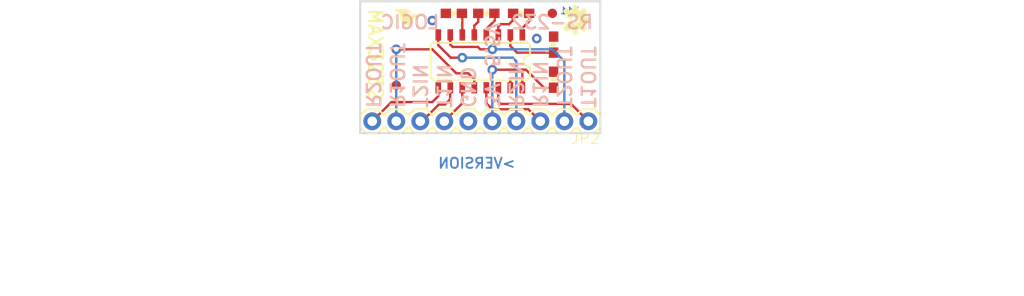
<source format=kicad_pcb>
(kicad_pcb (version 20211014) (generator pcbnew)
  (layers (0 "F.Cu" signal) (31 "B.Cu" signal) (34 "B.Paste" user) (35 "F.Paste" user) (36 "B.SilkS" user "B.Silkscreen") (37 "F.SilkS" user "F.Silkscreen") (38 "B.Mask" user) (39 "F.Mask" user) (44 "Edge.Cuts" user))
  (net 0 "")
  (net 1 "C2-")
  (net 2 "C2+")
  (net 3 "C1-")
  (net 4 "C1+")
  (net 5 "VCC")
  (net 6 "V+")
  (net 7 "V-")
  (net 8 "GND")
  (net 9 "T1OUT")
  (net 10 "T2OUT")
  (net 11 "R1IN")
  (net 12 "R2IN")
  (net 13 "T1IN")
  (net 14 "T2IN")
  (net 15 "R1OUT")
  (net 16 "R2OUT")
  (footprint "boardEagle:0603-CAP" (layer "F.Cu") (at 145.7071 99.2886 180)
    (fp_text reference "C4" (at -0.889 -0.6985) (layer "F.SilkS") (effects (font (size 0.376489 0.376489) (thickness 0.029911)) (justify right)))
    (fp_text value ".1uF")
    (fp_line (start 0 -0.0305) (end 0 0.0305) (layer "F.SilkS") (width 0.5588))
    (pad "1" smd rect (at -0.85 0 180) (size 1.1 1) (layers "F.Cu" "F.Paste" "F.Mask") (net 7 "V-"))
    (pad "2" smd rect (at 0.85 0 180) (size 1.1 1) (layers "F.Cu" "F.Paste" "F.Mask") (net 8 "GND"))
  )
  (footprint "boardEagle:0603-CAP" (layer "F.Cu") (at 149.1361 99.2886 180)
    (fp_text reference "C2" (at -0.889 -0.6985) (layer "F.SilkS") (effects (font (size 0.376489 0.376489) (thickness 0.029911)) (justify right)))
    (fp_text value ".1uF")
    (fp_line (start 0 -0.0305) (end 0 0.0305) (layer "F.SilkS") (width 0.5588))
    (pad "1" smd rect (at -0.85 0 180) (size 1.1 1) (layers "F.Cu" "F.Paste" "F.Mask") (net 2 "C2+"))
    (pad "2" smd rect (at 0.85 0 180) (size 1.1 1) (layers "F.Cu" "F.Paste" "F.Mask") (net 1 "C2-"))
  )
  (footprint "boardEagle:SO016" (layer "F.Cu") (at 148.5011 104.3686 180)
    (fp_text reference "U1" (at -3.81 0) (layer "F.SilkS") (effects (font (size 0.554736 0.554736) (thickness 0.054864)) (justify right)))
    (fp_text value "MAX3232")
    (fp_line (start 5.2578 1.5653) (end 5.2578 -1.5653) (layer "F.SilkS") (width 0.2032))
    (fp_line (start -5.2578 1.6653) (end -5.2578 0.6604) (layer "F.SilkS") (width 0.2032))
    (fp_line (start 4.8768 -1.9463) (end -4.8768 -1.9463) (layer "F.SilkS") (width 0.2032))
    (fp_line (start -5.2578 -1.4526) (end -5.2578 -0.6096) (layer "F.SilkS") (width 0.2032))
    (fp_line (start -4.8768 1.9463) (end 4.9768 1.9463) (layer "F.SilkS") (width 0.2032))
    (fp_arc (start 4.8768 -1.9463) (mid 5.146237 -1.834736) (end 5.2578 -1.565298) (layer "F.SilkS") (width 0.2032))
    (fp_arc (start -5.207 -0.6096) (mid -4.572 0.0254) (end -5.207 0.6604) (layer "F.SilkS") (width 0.2032))
    (fp_arc (start -5.2578 -1.4653) (mid -5.166948 -1.784731) (end -4.8768 -1.9463) (layer "F.SilkS") (width 0.2032))
    (fp_arc (start -4.876799 1.946301) (mid -5.12554 1.884767) (end -5.2578 1.6653) (layer "F.SilkS") (width 0.2032))
    (fp_arc (start 5.2578 1.5653) (mid 5.196208 1.813997) (end 4.9768 1.9463) (layer "F.SilkS") (width 0.2032))
    (pad "1" smd rect (at -4.445 2.8 180) (size 0.6 1.2) (layers "F.Cu" "F.Paste" "F.Mask") (net 4 "C1+"))
    (pad "2" smd rect (at -3.175 2.8 180) (size 0.6 1.2) (layers "F.Cu" "F.Paste" "F.Mask") (net 6 "V+"))
    (pad "3" smd rect (at -1.905 2.8 180) (size 0.6 1.2) (layers "F.Cu" "F.Paste" "F.Mask") (net 3 "C1-"))
    (pad "4" smd rect (at -0.635 2.8 180) (size 0.6 1.2) (layers "F.Cu" "F.Paste" "F.Mask") (net 2 "C2+"))
    (pad "5" smd rect (at 0.635 2.8 180) (size 0.6 1.2) (layers "F.Cu" "F.Paste" "F.Mask") (net 1 "C2-"))
    (pad "6" smd rect (at 1.905 2.8 180) (size 0.6 1.2) (layers "F.Cu" "F.Paste" "F.Mask") (net 7 "V-"))
    (pad "7" smd rect (at 3.175 2.8 180) (size 0.6 1.2) (layers "F.Cu" "F.Paste" "F.Mask") (net 10 "T2OUT"))
    (pad "8" smd rect (at 4.445 2.8 180) (size 0.6 1.2) (layers "F.Cu" "F.Paste" "F.Mask") (net 12 "R2IN"))
    (pad "9" smd rect (at 4.445 -2.8 180) (size 0.6 1.2) (layers "F.Cu" "F.Paste" "F.Mask") (net 16 "R2OUT"))
    (pad "10" smd rect (at 3.175 -2.8 180) (size 0.6 1.2) (layers "F.Cu" "F.Paste" "F.Mask") (net 14 "T2IN"))
    (pad "11" smd rect (at 1.905 -2.8 180) (size 0.6 1.2) (layers "F.Cu" "F.Paste" "F.Mask") (net 13 "T1IN"))
    (pad "12" smd rect (at 0.635 -2.8 180) (size 0.6 1.2) (layers "F.Cu" "F.Paste" "F.Mask") (net 15 "R1OUT"))
    (pad "13" smd rect (at -0.635 -2.8 180) (size 0.6 1.2) (layers "F.Cu" "F.Paste" "F.Mask") (net 11 "R1IN"))
    (pad "14" smd rect (at -1.905 -2.8 180) (size 0.6 1.2) (layers "F.Cu" "F.Paste" "F.Mask") (net 9 "T1OUT"))
    (pad "15" smd rect (at -3.175 -2.8 180) (size 0.6 1.2) (layers "F.Cu" "F.Paste" "F.Mask") (net 8 "GND"))
    (pad "16" smd rect (at -4.445 -2.8 180) (size 0.6 1.2) (layers "F.Cu" "F.Paste" "F.Mask") (net 5 "VCC"))
  )
  (footprint "boardEagle:0603-CAP" (layer "F.Cu") (at 152.8191 99.2886 180)
    (fp_text reference "C1" (at -0.889 -0.6985) (layer "F.SilkS") (effects (font (size 0.376489 0.376489) (thickness 0.029911)) (justify right)))
    (fp_text value ".1uF")
    (fp_line (start 0 -0.0305) (end 0 0.0305) (layer "F.SilkS") (width 0.5588))
    (pad "1" smd rect (at -0.85 0 180) (size 1.1 1) (layers "F.Cu" "F.Paste" "F.Mask") (net 4 "C1+"))
    (pad "2" smd rect (at 0.85 0 180) (size 1.1 1) (layers "F.Cu" "F.Paste" "F.Mask") (net 3 "C1-"))
  )
  (footprint "boardEagle:SFE_LOGO_FLAME_.1" (layer "F.Cu") (at 139.042137 98.5266 -90)
    (fp_text reference "LOGO1" hide)
    (fp_text value "SFE_LOGO_FLAME.1_INCH" hide)
    (fp_poly (pts (xy 1.4 -2.87) (xy 1.54 -2.8) (xy 1.58 -2.77) (xy 1.59 -2.76) (xy 1.58 -2.76) (xy 1.56 -2.77) (xy 1.5 -2.77) (xy 1.46 -2.76) (xy 1.41 -2.75) (xy 1.37 -2.73) (xy 1.33 -2.7) (xy 1.31 -2.67) (xy 1.3 -2.65) (xy 1.29 -2.62) (xy 1.29 -2.56) (xy 1.3 -2.52) (xy 1.34 -2.46) (xy 1.4 -2.4) (xy 1.44 -2.37) (xy 1.47 -2.35) (xy 1.51 -2.33) (xy 1.59 -2.31) (xy 1.62 -2.31) (xy 1.65 -2.32) (xy 1.68 -2.35) (xy 1.69 -2.37) (xy 1.7 -2.4) (xy 1.7 -2.49) (xy 1.78 -2.44) (xy 1.86 -2.35) (xy 1.93 -2.24) (xy 1.98 -2.09) (xy 2.01 -1.93) (xy 2 -1.76) (xy 1.95 -1.57) (xy 1.85 -1.39) (xy 1.78 -1.3) (xy 1.7 -1.22) (xy 1.62 -1.15) (xy 1.52 -1.09) (xy 1.42 -1.05) (xy 1.31 -1.02) (xy 1.19 -1) (xy 1 -1) (xy 0.94 -0.99) (xy 0.84 -0.93) (xy 0.74 -0.83) (xy 0.62 -0.69) (xy 0.5 -0.57) (xy 0.45 -0.51) (xy 0.4 -0.46) (xy 0.37 -0.41) (xy 0.32 -0.36) (xy 0.32 -1.73) (xy 0.33 -1.81) (xy 0.35 -1.88) (xy 0.41 -1.98) (xy 0.46 -2.02) (xy 0.5 -2.05) (xy 0.55 -2.07) (xy 0.6 -2.08) (xy 0.66 -2.09) (xy 0.78 -2.09) (xy 0.82 -2.07) (xy 0.81 -2.06) (xy 0.77 -2.04) (xy 0.74 -2.03) (xy 0.68 -1.97) (xy 0.67 -1.94) (xy 0.67 -1.9) (xy 0.68 -1.87) (xy 0.7 -1.84) (xy 0.76 -1.78) (xy 0.81 -1.76) (xy 0.86 -1.75) (xy 0.94 -1.75) (xy 1.02 -1.77) (xy 1.08 -1.81) (xy 1.12 -1.86) (xy 1.14 -1.92) (xy 1.14 -1.99) (xy 1.11 -2.07) (xy 1.04 -2.14) (xy 0.96 -2.23) (xy 0.89 -2.31) (xy 0.84 -2.4) (xy 0.82 -2.49) (xy 0.82 -2.57) (xy 0.85 -2.66) (xy 0.9 -2.74) (xy 0.99 -2.81) (xy 1.1 -2.87) (xy 1.21 -2.89) (xy 1.31 -2.89)) (layer "F.SilkS") (width 0) (fill solid))
  )
  (footprint "boardEagle:OSHW-LOGO-S" (layer "F.Cu") (at 158.529021 99.976941 -90)
    (fp_text reference "U$1" hide)
    (fp_text value "OSHW-LOGOS" hide)
    (fp_poly (pts (xy 0.301647 -1.061351) (xy 0.42347 -1.022344) (xy 0.537177 -0.963769) (xy 0.92862 -1.282946) (xy 1.282946 -0.92862) (xy 0.961035 -0.533823) (xy 1.057046 -0.302084) (xy 1.5638 -0.250561) (xy 1.5638 0.250561) (xy 1.057046 0.302084) (xy 0.961035 0.533823) (xy 1.282946 0.92862) (xy 0.92862 1.282946) (xy 0.537177 0.96377) (xy 0.356601 1.056794) (xy 0.088679 0.410073) (xy 0.326262 0.2176) (xy 0.373649 0.121468) (xy 0.392729 0.010339) (xy 0.379464 -0.101634) (xy 0.334947 -0.205229) (xy 0.262842 -0.291918) (xy 0.169087 -0.354561) (xy 0.061406 -0.387999) (xy -0.051342 -0.38948) (xy -0.159868 -0.358881) (xy -0.255234 -0.298724) (xy -0.329589 -0.213962) (xy -0.376813 -0.111569) (xy -0.392176 -0.005767) (xy -0.322923 0.222565) (xy -0.249312 0.303773) (xy 0.091677 0.5081) (xy -0.12929 0.5081) (xy -0.355332 1.053732) (xy -0.506597 0.983577) (xy -0.538922 0.965192) (xy -0.92862 1.282946) (xy -1.282946 0.92862) (xy -0.961035 0.533823) (xy -1.057046 0.302084) (xy -1.5638 0.250561) (xy -1.5638 -0.250561) (xy -1.057046 -0.302084) (xy -0.961035 -0.533823) (xy -1.282946 -0.92862) (xy -0.92862 -1.282946) (xy -0.533823 -0.961035) (xy -0.302084 -1.057046) (xy -0.250561 -1.5638) (xy 0.250561 -1.5638)) (layer "F.SilkS") (width 0) (fill solid))
  )
  (footprint "boardEagle:CREATIVE_COMMONS" (layer "F.Cu") (at 123.102688 125.9586)
    (fp_text reference "FRAME1" hide)
    (fp_text value "" hide)
    (fp_text user ">VERSION" (at 29.21 -10.16) (layer "B.Cu") (effects (font (size 1.0795 1.0795) (thickness 0.1905)) (justify left bottom mirror)))
  )
  (footprint "boardEagle:FIDUCIAL-1X2" (layer "F.Cu") (at 156.1211 99.2886)
    (fp_text reference "FID2" hide)
    (fp_text value "FIDUCIAL1X2" hide)
    (pad "1" smd roundrect (at 0 0) (size 1 1) (layers "F.Cu" "F.Mask") (roundrect_rratio 0.5))
  )
  (footprint "boardEagle:FIDUCIAL-1X2" (layer "F.Cu") (at 139.6111 106.9086)
    (fp_text reference "FID1" hide)
    (fp_text value "FIDUCIAL1X2" hide)
    (pad "1" smd roundrect (at 0 0) (size 1 1) (layers "F.Cu" "F.Mask") (roundrect_rratio 0.5))
  )
  (footprint "boardEagle:1X10" (layer "F.Cu") (at 159.9311 110.7186 180)
    (fp_text reference "JP2" (at -1.3462 -1.8288) (layer "F.SilkS") (effects (font (size 1.1557 1.1557) (thickness 0.1143)) (justify right)))
    (fp_text value "M10\"")
    (fp_line (start 10.795 1.27) (end 9.525 1.27) (layer "F.SilkS") (width 0.2032))
    (fp_line (start 24.13 0.635) (end 23.495 1.27) (layer "F.SilkS") (width 0.2032))
    (fp_line (start 14.605 -1.27) (end 15.875 -1.27) (layer "F.SilkS") (width 0.2032))
    (fp_line (start 11.43 -0.635) (end 12.065 -1.27) (layer "F.SilkS") (width 0.2032))
    (fp_line (start 6.35 0.635) (end 6.985 1.27) (layer "F.SilkS") (width 0.2032))
    (fp_line (start 19.05 0.635) (end 19.685 1.27) (layer "F.SilkS") (width 0.2032))
    (fp_line (start 23.495 1.27) (end 22.225 1.27) (layer "F.SilkS") (width 0.2032))
    (fp_line (start 17.145 -1.27) (end 16.51 -0.635) (layer "F.SilkS") (width 0.2032))
    (fp_line (start 18.415 -1.27) (end 19.05 -0.635) (layer "F.SilkS") (width 0.2032))
    (fp_line (start -0.635 -1.27) (end -1.27 -0.635) (layer "F.SilkS") (width 0.2032))
    (fp_line (start 5.715 -1.27) (end 6.35 -0.635) (layer "F.SilkS") (width 0.2032))
    (fp_line (start 21.59 0.635) (end 20.955 1.27) (layer "F.SilkS") (width 0.2032))
    (fp_line (start 19.685 -1.27) (end 19.05 -0.635) (layer "F.SilkS") (width 0.2032))
    (fp_line (start 0.635 -1.27) (end 1.27 -0.635) (layer "F.SilkS") (width 0.2032))
    (fp_line (start 6.985 -1.27) (end 6.35 -0.635) (layer "F.SilkS") (width 0.2032))
    (fp_line (start 9.525 1.27) (end 8.89 0.635) (layer "F.SilkS") (width 0.2032))
    (fp_line (start 3.175 1.27) (end 1.905 1.27) (layer "F.SilkS") (width 0.2032))
    (fp_line (start 17.145 -1.27) (end 18.415 -1.27) (layer "F.SilkS") (width 0.2032))
    (fp_line (start 13.97 0.635) (end 14.605 1.27) (layer "F.SilkS") (width 0.2032))
    (fp_line (start 13.335 1.27) (end 12.065 1.27) (layer "F.SilkS") (width 0.2032))
    (fp_line (start 15.875 1.27) (end 14.605 1.27) (layer "F.SilkS") (width 0.2032))
    (fp_line (start 13.97 0.635) (end 13.335 1.27) (layer "F.SilkS") (width 0.2032))
    (fp_line (start 1.27 -0.635) (end 1.905 -1.27) (layer "F.SilkS") (width 0.2032))
    (fp_line (start 3.81 -0.635) (end 4.445 -1.27) (layer "F.SilkS") (width 0.2032))
    (fp_line (start -1.27 -0.635) (end -1.27 0.635) (layer "F.SilkS") (width 0.2032))
    (fp_line (start 10.795 -1.27) (end 11.43 -0.635) (layer "F.SilkS") (width 0.2032))
    (fp_line (start 13.335 -1.27) (end 13.97 -0.635) (layer "F.SilkS") (width 0.2032))
    (fp_line (start 9.525 -1.27) (end 10.795 -1.27) (layer "F.SilkS") (width 0.2032))
    (fp_line (start 12.065 -1.27) (end 13.335 -1.27) (layer "F.SilkS") (width 0.2032))
    (fp_line (start 14.605 -1.27) (end 13.97 -0.635) (layer "F.SilkS") (width 0.2032))
    (fp_line (start 20.955 -1.27) (end 21.59 -0.635) (layer "F.SilkS") (width 0.2032))
    (fp_line (start 8.89 -0.635) (end 9.525 -1.27) (layer "F.SilkS") (width 0.2032))
    (fp_line (start 23.495 -1.27) (end 24.13 -0.635) (layer "F.SilkS") (width 0.2032))
    (fp_line (start 11.43 0.635) (end 10.795 1.27) (layer "F.SilkS") (width 0.2032))
    (fp_line (start 1.905 1.27) (end 1.27 0.635) (layer "F.SilkS") (width 0.2032))
    (fp_line (start -0.635 -1.27) (end 0.635 -1.27) (layer "F.SilkS") (width 0.2032))
    (fp_line (start 3.81 0.635) (end 3.175 1.27) (layer "F.SilkS") (width 0.2032))
    (fp_line (start 6.985 -1.27) (end 8.255 -1.27) (layer "F.SilkS") (width 0.2032))
    (fp_line (start -1.27 0.635) (end -0.635 1.27) (layer "F.SilkS") (width 0.2032))
    (fp_line (start 19.685 -1.27) (end 20.955 -1.27) (layer "F.SilkS") (width 0.2032))
    (fp_line (start 4.445 1.27) (end 3.81 0.635) (layer "F.SilkS") (width 0.2032))
    (fp_line (start 24.13 -0.635) (end 24.13 0.635) (layer "F.SilkS") (width 0.2032))
    (fp_line (start 8.255 1.27) (end 6.985 1.27) (layer "F.SilkS") (width 0.2032))
    (fp_line (start 22.225 -1.27) (end 21.59 -0.635) (layer "F.SilkS") (width 0.2032))
    (fp_line (start 19.05 0.635) (end 18.415 1.27) (layer "F.SilkS") (width 0.2032))
    (fp_line (start 16.51 0.635) (end 15.875 1.27) (layer "F.SilkS") (width 0.2032))
    (fp_line (start 12.065 1.27) (end 11.43 0.635) (layer "F.SilkS") (width 0.2032))
    (fp_line (start 0.635 1.27) (end -0.635 1.27) (layer "F.SilkS") (width 0.2032))
    (fp_line (start 21.59 0.635) (end 22.225 1.27) (layer "F.SilkS") (width 0.2032))
    (fp_line (start 15.875 -1.27) (end 16.51 -0.635) (layer "F.SilkS") (width 0.2032))
    (fp_line (start 18.415 1.27) (end 17.145 1.27) (layer "F.SilkS") (width 0.2032))
    (fp_line (start 8.255 -1.27) (end 8.89 -0.635) (layer "F.SilkS") (width 0.2032))
    (fp_line (start 4.445 -1.27) (end 5.715 -1.27) (layer "F.SilkS") (width 0.2032))
    (fp_line (start 1.27 0.635) (end 0.635 1.27) (layer "F.SilkS") (width 0.2032))
    (fp_line (start 8.89 0.635) (end 8.255 1.27) (layer "F.SilkS") (width 0.2032))
    (fp_line (start 6.35 0.635) (end 5.715 1.27) (layer "F.SilkS") (width 0.2032))
    (fp_line (start 5.715 1.27) (end 4.445 1.27) (layer "F.SilkS") (width 0.2032))
    (fp_line (start 16.51 0.635) (end 17.145 1.27) (layer "F.SilkS") (width 0.2032))
    (fp_line (start 3.175 -1.27) (end 3.81 -0.635) (layer "F.SilkS") (width 0.2032))
    (fp_line (start 22.225 -1.27) (end 23.495 -1.27) (layer "F.SilkS") (width 0.2032))
    (fp_line (start 20.955 1.27) (end 19.685 1.27) (layer "F.SilkS") (width 0.2032))
    (fp_line (start 1.905 -1.27) (end 3.175 -1.27) (layer "F.SilkS") (width 0.2032))
    (pad "1" thru_hole circle (at 0 0 270) (size 1.8796 1.8796) (drill 1.016) (layers *.Cu *.Mask) (net 9 "T1OUT"))
    (pad "2" thru_hole circle (at 2.54 0 270) (size 1.8796 1.8796) (drill 1.016) (layers *.Cu *.Mask) (net 10 "T2OUT"))
    (pad "3" thru_hole circle (at 5.08 0 270) (size 1.8796 1.8796) (drill 1.016) (layers *.Cu *.Mask) (net 11 "R1IN"))
    (pad "4" thru_hole circle (at 7.62 0 270) (size 1.8796 1.8796) (drill 1.016) (layers *.Cu *.Mask) (net 12 "R2IN"))
    (pad "5" thru_hole circle (at 10.16 0 270) (size 1.8796 1.8796) (drill 1.016) (layers *.Cu *.Mask) (net 5 "VCC"))
    (pad "6" thru_hole circle (at 12.7 0 270) (size 1.8796 1.8796) (drill 1.016) (layers *.Cu *.Mask) (net 8 "GND"))
    (pad "7" thru_hole circle (at 15.24 0 270) (size 1.8796 1.8796) (drill 1.016) (layers *.Cu *.Mask) (net 13 "T1IN"))
    (pad "8" thru_hole circle (at 17.78 0 270) (size 1.8796 1.8796) (drill 1.016) (layers *.Cu *.Mask) (net 14 "T2IN"))
    (pad "9" thru_hole circle (at 20.32 0 270) (size 1.8796 1.8796) (drill 1.016) (layers *.Cu *.Mask) (net 15 "R1OUT"))
    (pad "10" thru_hole circle (at 22.86 0 270) (size 1.8796 1.8796) (drill 1.016) (layers *.Cu *.Mask) (net 16 "R2OUT"))
  )
  (footprint "boardEagle:0603-CAP" (layer "F.Cu") (at 156.255718 102.60076 90)
    (fp_text reference "C3" (at -0.889 -0.6985 90) (layer "F.SilkS") (effects (font (size 0.376489 0.376489) (thickness 0.029911)) (justify left)))
    (fp_text value ".1uF")
    (fp_line (start 0 -0.0305) (end 0 0.0305) (layer "F.SilkS") (width 0.5588))
    (pad "1" smd rect (at -0.85 0 90) (size 1.1 1) (layers "F.Cu" "F.Paste" "F.Mask") (net 6 "V+"))
    (pad "2" smd rect (at 0.85 0 90) (size 1.1 1) (layers "F.Cu" "F.Paste" "F.Mask") (net 8 "GND"))
  )
  (footprint "boardEagle:0603-CAP" (layer "F.Cu") (at 156.253181 106.319322 90)
    (fp_text reference "C5" (at -0.889 -0.6985 90) (layer "F.SilkS") (effects (font (size 0.376489 0.376489) (thickness 0.029911)) (justify left)))
    (fp_text value ".1uF")
    (fp_line (start 0 -0.0305) (end 0 0.0305) (layer "F.SilkS") (width 0.5588))
    (pad "1" smd rect (at -0.85 0 90) (size 1.1 1) (layers "F.Cu" "F.Paste" "F.Mask") (net 5 "VCC"))
    (pad "2" smd rect (at 0.85 0 90) (size 1.1 1) (layers "F.Cu" "F.Paste" "F.Mask") (net 8 "GND"))
  )
  (gr_line (start 161.2011 98.0186) (end 161.2011 111.9886) (layer "Edge.Cuts") (width 0.2032))
  (gr_line (start 161.2011 111.9886) (end 135.8011 111.9886) (layer "Edge.Cuts") (width 0.2032))
  (gr_line (start 135.8011 98.0186) (end 161.2011 98.0186) (layer "Edge.Cuts") (width 0.2032))
  (gr_line (start 135.8011 111.9886) (end 135.8011 98.0186) (layer "Edge.Cuts") (width 0.2032))
  (gr_text "V11" (at 158.9532 99.4156) (layer "B.Cu") (effects (font (size 0.69088 0.69088) (thickness 0.12192)) (justify left bottom mirror)))
  (gr_text "T1OUT" (at 159.0421 109.4486 -90) (layer "B.SilkS") (effects (font (size 1.42494 1.42494) (thickness 0.25146)) (justify left bottom mirror)))
  (gr_text "R2IN" (at 151.4221 109.4486 -90) (layer "B.SilkS") (effects (font (size 1.42494 1.42494) (thickness 0.25146)) (justify left bottom mirror)))
  (gr_text "T1IN" (at 143.8021 109.4486 -90) (layer "B.SilkS") (effects (font (size 1.42494 1.42494) (thickness 0.25146)) (justify left bottom mirror)))
  (gr_text "LOGIC" (at 144.3101 101.0666) (layer "B.SilkS") (effects (font (size 1.42494 1.42494) (thickness 0.25146)) (justify left bottom mirror)))
  (gr_text "R1OUT" (at 138.8491 109.4486 -90) (layer "B.SilkS") (effects (font (size 1.42494 1.42494) (thickness 0.25146)) (justify left bottom mirror)))
  (gr_text "T2OUT" (at 156.5021 109.4486 -90) (layer "B.SilkS") (effects (font (size 1.42494 1.42494) (thickness 0.25146)) (justify left bottom mirror)))
  (gr_text "T2IN" (at 141.2621 109.4486 -90) (layer "B.SilkS") (effects (font (size 1.42494 1.42494) (thickness 0.25146)) (justify left bottom mirror)))
  (gr_text "RS-232" (at 160.5661 101.0666) (layer "B.SilkS") (effects (font (size 1.42494 1.42494) (thickness 0.25146)) (justify left bottom mirror)))
  (gr_text "R1IN" (at 153.9621 109.4486 -90) (layer "B.SilkS") (effects (font (size 1.42494 1.42494) (thickness 0.25146)) (justify left bottom mirror)))
  (gr_text "3V-5.5V" (at 148.8821 109.4486 -90) (layer "B.SilkS") (effects (font (size 1.42494 1.42494) (thickness 0.25146)) (justify left bottom mirror)))
  (gr_text "R2OUT" (at 136.3091 109.4486 -90) (layer "B.SilkS") (effects (font (size 1.42494 1.42494) (thickness 0.25146)) (justify left bottom mirror)))
  (gr_text "GND" (at 146.3421 109.4486 -90) (layer "B.SilkS") (effects (font (size 1.42494 1.42494) (thickness 0.25146)) (justify left bottom mirror)))
  (gr_text "MAX3232" (at 136.5631 98.6536 270) (layer "F.SilkS") (effects (font (size 1.42494 1.42494) (thickness 0.25146)) (justify left bottom)))
  (segment (start 147.8661 100.601782) (end 148.2852 100.182682) (width 0.254) (layer "F.Cu") (net 1))
  (segment (start 147.8661 101.5686) (end 147.8661 100.601782) (width 0.254) (layer "F.Cu") (net 1))
  (segment (start 148.2852 99.2895) (end 148.2861 99.2886) (width 0.254) (layer "F.Cu") (net 1))
  (segment (start 148.2852 100.182682) (end 148.2852 99.2895) (width 0.254) (layer "F.Cu") (net 1))
  (segment (start 150.0251 99.3276) (end 149.9861 99.2886) (width 0.254) (layer "F.Cu") (net 2))
  (segment (start 149.133559 101.56606) (end 149.1361 101.5686) (width 0.254) (layer "F.Cu") (net 2))
  (segment (start 150.0251 100.0506) (end 150.0251 99.3276) (width 0.254) (layer "F.Cu") (net 2))
  (segment (start 149.133559 101.56606) (end 149.133559 100.942141) (width 0.254) (layer "F.Cu") (net 2))
  (segment (start 149.133559 100.942141) (end 150.0251 100.0506) (width 0.254) (layer "F.Cu") (net 2))
  (segment (start 150.4061 100.6856) (end 150.6601 100.4316) (width 0.254) (layer "F.Cu") (net 3))
  (segment (start 151.9301 99.3276) (end 151.9691 99.2886) (width 0.254) (layer "F.Cu") (net 3))
  (segment (start 150.6601 100.4316) (end 151.5491 100.4316) (width 0.254) (layer "F.Cu") (net 3))
  (segment (start 151.5491 100.4316) (end 151.9301 100.0506) (width 0.254) (layer "F.Cu") (net 3))
  (segment (start 151.9301 100.0506) (end 151.9301 99.3276) (width 0.254) (layer "F.Cu") (net 3))
  (segment (start 150.4061 101.5686) (end 150.4061 100.6856) (width 0.254) (layer "F.Cu") (net 3))
  (segment (start 152.9461 100.84816) (end 153.67254 100.121719) (width 0.254) (layer "F.Cu") (net 4))
  (segment (start 153.67254 100.121719) (end 153.67254 99.292041) (width 0.254) (layer "F.Cu") (net 4))
  (segment (start 153.67254 99.292041) (end 153.6691 99.2886) (width 0.254) (layer "F.Cu") (net 4))
  (segment (start 152.9461 101.5686) (end 152.9461 100.84816) (width 0.254) (layer "F.Cu") (net 4))
  (segment (start 156.252459 107.1686) (end 156.253181 107.169322) (width 0.254) (layer "F.Cu") (net 5))
  (segment (start 155.2321 107.1626) (end 156.246459 107.1626) (width 0.2032) (layer "F.Cu") (net 5))
  (segment (start 152.9461 105.2576) (end 153.3271 105.2576) (width 0.254) (layer "F.Cu") (net 5))
  (segment (start 149.7711 105.2576) (end 152.9461 105.2576) (width 0.254) (layer "F.Cu") (net 5))
  (segment (start 156.246459 107.1626) (end 156.253181 107.169322) (width 0.2032) (layer "F.Cu") (net 5))
  (segment (start 152.9461 107.1686) (end 152.9461 105.2576) (width 0.254) (layer "F.Cu") (net 5))
  (segment (start 153.3271 105.2576) (end 155.2321 107.1626) (width 0.254) (layer "F.Cu") (net 5))
  (via (at 149.7711 105.2576) (size 1.016) (drill 0.508) (layers "F.Cu" "B.Cu") (net 5))
  (segment (start 149.7711 105.2576) (end 149.7711 110.7186) (width 0.254) (layer "B.Cu") (net 5))
  (segment (start 156.25154 103.446582) (end 156.255718 103.45076) (width 0.254) (layer "F.Cu") (net 6))
  (segment (start 152.384759 103.446582) (end 156.25154 103.446582) (width 0.254) (layer "F.Cu") (net 6))
  (segment (start 151.6761 102.737922) (end 152.384759 103.446582) (width 0.254) (layer "F.Cu") (net 6))
  (segment (start 151.6761 101.5686) (end 151.6761 102.737922) (width 0.254) (layer "F.Cu") (net 6))
  (segment (start 146.5961 101.5686) (end 146.5961 99.3276) (width 0.254) (layer "F.Cu") (net 7))
  (segment (start 146.5961 99.3276) (end 146.5571 99.2886) (width 0.254) (layer "F.Cu") (net 7))
  (segment (start 151.6761 107.1686) (end 151.6761 106.2736) (width 0.254) (layer "F.Cu") (net 8))
  (via (at 154.4701 101.9556) (size 1.016) (drill 0.508) (layers "F.Cu" "B.Cu") (net 8))
  (via (at 143.4211 100.0506) (size 1.016) (drill 0.508) (layers "F.Cu" "B.Cu") (net 8))
  (segment (start 150.4061 107.1686) (end 150.4061 108.630722) (width 0.254) (layer "F.Cu") (net 9))
  (segment (start 158.09214 108.879641) (end 159.9311 110.7186) (width 0.254) (layer "F.Cu") (net 9))
  (segment (start 150.655018 108.879641) (end 158.09214 108.879641) (width 0.254) (layer "F.Cu") (net 9))
  (segment (start 150.4061 108.630722) (end 150.655018 108.879641) (width 0.254) (layer "F.Cu") (net 9))
  (segment (start 148.2471 102.8446) (end 148.5011 103.0986) (width 0.254) (layer "F.Cu") (net 10))
  (segment (start 145.5801 102.8446) (end 148.2471 102.8446) (width 0.254) (layer "F.Cu") (net 10))
  (segment (start 148.5011 103.0986) (end 149.7711 103.0986) (width 0.254) (layer "F.Cu") (net 10))
  (segment (start 145.3261 102.5906) (end 145.5801 102.8446) (width 0.254) (layer "F.Cu") (net 10))
  (segment (start 145.3261 101.5686) (end 145.3261 102.5906) (width 0.254) (layer "F.Cu") (net 10))
  (via (at 149.7711 103.0986) (size 1.016) (drill 0.508) (layers "F.Cu" "B.Cu") (net 10))
  (segment (start 157.3911 104.3686) (end 157.3911 110.7186) (width 0.254) (layer "B.Cu") (net 10))
  (segment (start 149.7711 103.0986) (end 156.1211 103.0986) (width 0.254) (layer "B.Cu") (net 10))
  (segment (start 156.1211 103.0986) (end 157.3911 104.3686) (width 0.254) (layer "B.Cu") (net 10))
  (segment (start 149.1361 107.1686) (end 149.1361 108.8136) (width 0.254) (layer "F.Cu") (net 11))
  (segment (start 149.1361 108.8136) (end 149.7711 109.4486) (width 0.254) (layer "F.Cu") (net 11))
  (segment (start 149.7711 109.4486) (end 153.5811 109.4486) (width 0.254) (layer "F.Cu") (net 11))
  (segment (start 153.5811 109.4486) (end 154.8511 110.7186) (width 0.254) (layer "F.Cu") (net 11))
  (segment (start 144.051018 102.656641) (end 144.051018 101.573682) (width 0.254) (layer "F.Cu") (net 12))
  (segment (start 144.051018 101.573682) (end 144.0561 101.5686) (width 0.254) (layer "F.Cu") (net 12))
  (segment (start 146.5961 103.9876) (end 145.381978 103.9876) (width 0.254) (layer "F.Cu") (net 12))
  (segment (start 145.381978 103.9876) (end 144.051018 102.656641) (width 0.254) (layer "F.Cu") (net 12))
  (via (at 146.5961 103.9876) (size 1.016) (drill 0.508) (layers "F.Cu" "B.Cu") (net 12))
  (segment (start 152.3111 104.3686) (end 152.3111 110.7186) (width 0.254) (layer "B.Cu") (net 12))
  (segment (start 146.5961 103.9876) (end 151.9301 103.9876) (width 0.254) (layer "B.Cu") (net 12))
  (segment (start 151.9301 103.9876) (end 152.3111 104.3686) (width 0.254) (layer "B.Cu") (net 12))
  (segment (start 146.5961 108.8136) (end 144.6911 110.7186) (width 0.254) (layer "F.Cu") (net 13))
  (segment (start 146.5961 107.1686) (end 146.5961 108.8136) (width 0.254) (layer "F.Cu") (net 13))
  (segment (start 144.111981 108.948219) (end 144.7546 108.948219) (width 0.254) (layer "F.Cu") (net 14))
  (segment (start 145.3134 108.389419) (end 145.3134 107.1813) (width 0.254) (layer "F.Cu") (net 14))
  (segment (start 144.7546 108.948219) (end 145.3134 108.389419) (width 0.254) (layer "F.Cu") (net 14))
  (segment (start 145.3134 107.1813) (end 145.3261 107.1686) (width 0.254) (layer "F.Cu") (net 14))
  (segment (start 142.3416 110.7186) (end 144.111981 108.948219) (width 0.254) (layer "F.Cu") (net 14))
  (segment (start 142.1511 110.7186) (end 142.3416 110.7186) (width 0.254) (layer "F.Cu") (net 14))
  (segment (start 147.2311 105.6386) (end 145.9611 105.6386) (width 0.254) (layer "F.Cu") (net 15))
  (segment (start 143.4211 103.0986) (end 139.6111 103.0986) (width 0.254) (layer "F.Cu") (net 15))
  (segment (start 145.9611 105.6386) (end 143.4211 103.0986) (width 0.254) (layer "F.Cu") (net 15))
  (segment (start 147.8661 106.2736) (end 147.2311 105.6386) (width 0.254) (layer "F.Cu") (net 15))
  (segment (start 147.8661 107.1686) (end 147.8661 106.2736) (width 0.254) (layer "F.Cu") (net 15))
  (via (at 139.6111 103.0986) (size 1.016) (drill 0.508) (layers "F.Cu" "B.Cu") (net 15))
  (segment (start 139.6111 103.0986) (end 139.6111 110.7186) (width 0.254) (layer "B.Cu") (net 15))
  (segment (start 144.0561 107.1686) (end 144.0561 108.0516) (width 0.254) (layer "F.Cu") (net 16))
  (segment (start 143.4211 108.6866) (end 139.1031 108.6866) (width 0.254) (layer "F.Cu") (net 16))
  (segment (start 144.0561 108.0516) (end 143.4211 108.6866) (width 0.254) (layer "F.Cu") (net 16))
  (segment (start 139.1031 108.6866) (end 137.0711 110.7186) (width 0.254) (layer "F.Cu") (net 16))
)
</source>
